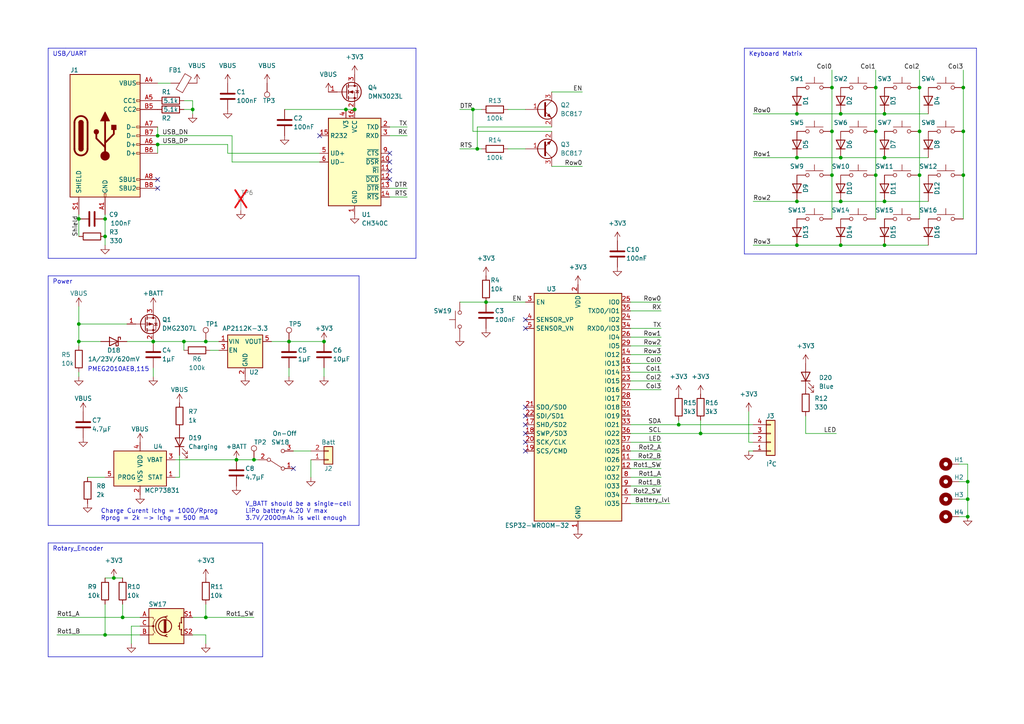
<source format=kicad_sch>
(kicad_sch (version 20230121) (generator eeschema)
  (paper "A4")
  (title_block (title "${boardName}") (date "2022-03-24") (rev "${revision}") (comment 8 "${reference}") (comment 9 "${designer}"))
  (junction (at 280.67 139.7))
  (junction (at 279.4 38.1))
  (junction (at 33.02 167.64))
  (junction (at 279.4 25.4))
  (junction (at 102.87 31.75))
  (junction (at 140.97 87.63))
  (junction (at 256.54 71.12))
  (junction (at 59.69 99.06))
  (junction (at 256.54 45.72))
  (junction (at 44.45 99.06))
  (junction (at 279.4 50.8))
  (junction (at 45.72 39.37))
  (junction (at 35.56 179.07))
  (junction (at 83.82 99.06))
  (junction (at 30.48 68.58))
  (junction (at 256.54 33.02))
  (junction (at 93.98 99.06))
  (junction (at 203.2 125.73))
  (junction (at 243.84 58.42))
  (junction (at 68.58 133.35))
  (junction (at 137.16 31.75))
  (junction (at 30.48 184.15))
  (junction (at 256.54 58.42))
  (junction (at 280.67 149.86))
  (junction (at 73.66 133.35))
  (junction (at 241.3 25.4))
  (junction (at 22.86 63.5))
  (junction (at 280.67 144.78))
  (junction (at 231.14 33.02))
  (junction (at 22.86 99.06))
  (junction (at 196.85 123.19))
  (junction (at 30.48 63.5))
  (junction (at 241.3 50.8))
  (junction (at 59.69 179.07))
  (junction (at 138.43 43.18))
  (junction (at 254 50.8))
  (junction (at 231.14 71.12))
  (junction (at 243.84 45.72))
  (junction (at 55.88 31.75))
  (junction (at 266.7 38.1))
  (junction (at 45.72 41.91))
  (junction (at 231.14 45.72))
  (junction (at 100.33 31.75))
  (junction (at 231.14 58.42))
  (junction (at 266.7 50.8))
  (junction (at 254 38.1))
  (junction (at 243.84 33.02))
  (junction (at 241.3 38.1))
  (junction (at 254 25.4))
  (junction (at 22.86 93.98))
  (junction (at 53.34 99.06))
  (junction (at 266.7 25.4))
  (junction (at 243.84 71.12))
  (no_connect (at 152.4 92.71))
  (no_connect (at 152.4 95.25))
  (no_connect (at 113.03 49.53))
  (no_connect (at 45.72 54.61))
  (no_connect (at 113.03 46.99))
  (no_connect (at 45.72 52.07))
  (no_connect (at 152.4 128.27))
  (no_connect (at 152.4 130.81))
  (no_connect (at 152.4 118.11))
  (no_connect (at 152.4 120.65))
  (no_connect (at 152.4 123.19))
  (no_connect (at 152.4 125.73))
  (no_connect (at 113.03 44.45))
  (no_connect (at 92.71 39.37))
  (no_connect (at 113.03 52.07))
  (no_connect (at 85.09 135.89))
  (polyline (pts (xy 104.14 80.01) (xy 104.14 152.4)))
  (wire (pts (xy 59.69 179.07) (xy 73.66 179.07)))
  (wire (pts (xy 243.84 58.42) (xy 256.54 58.42)))
  (wire (pts (xy 137.16 31.75) (xy 139.7 31.75)))
  (wire (pts (xy 59.69 175.26) (xy 59.69 179.07)))
  (wire (pts (xy 241.3 20.32) (xy 241.3 25.4)))
  (polyline (pts (xy 120.65 13.97) (xy 120.65 74.93)))
  (wire (pts (xy 59.69 99.06) (xy 63.5 99.06)))
  (wire (pts (xy 203.2 125.73) (xy 218.44 125.73)))
  (wire (pts (xy 231.14 33.02) (xy 243.84 33.02)))
  (wire (pts (xy 50.8 133.35) (xy 68.58 133.35)))
  (wire (pts (xy 182.88 133.35) (xy 191.77 133.35)))
  (wire (pts (xy 138.43 36.83) (xy 138.43 43.18)))
  (polyline (pts (xy 104.14 152.4) (xy 13.97 152.4)))
  (wire (pts (xy 182.88 130.81) (xy 191.77 130.81)))
  (wire (pts (xy 53.34 31.75) (xy 55.88 31.75)))
  (wire (pts (xy 133.35 31.75) (xy 137.16 31.75)))
  (wire (pts (xy 45.72 36.83) (xy 45.72 39.37)))
  (wire (pts (xy 22.86 62.23) (xy 22.86 63.5)))
  (wire (pts (xy 243.84 45.72) (xy 256.54 45.72)))
  (wire (pts (xy 45.72 39.37) (xy 67.31 39.37)))
  (wire (pts (xy 73.66 133.35) (xy 74.93 133.35)))
  (wire (pts (xy 90.17 133.35) (xy 90.17 138.43)))
  (wire (pts (xy 160.02 26.67) (xy 168.91 26.67)))
  (wire (pts (xy 92.71 44.45) (xy 66.04 44.45)))
  (wire (pts (xy 182.88 90.17) (xy 191.77 90.17)))
  (wire (pts (xy 45.72 41.91) (xy 45.72 44.45)))
  (wire (pts (xy 59.69 184.15) (xy 55.88 184.15)))
  (wire (pts (xy 254 25.4) (xy 254 38.1)))
  (wire (pts (xy 278.13 134.62) (xy 280.67 134.62)))
  (wire (pts (xy 243.84 33.02) (xy 256.54 33.02)))
  (wire (pts (xy 113.03 36.83) (xy 118.11 36.83)))
  (wire (pts (xy 280.67 144.78) (xy 280.67 149.86)))
  (wire (pts (xy 25.4 138.43) (xy 30.48 138.43)))
  (wire (pts (xy 266.7 25.4) (xy 266.7 38.1)))
  (wire (pts (xy 35.56 175.26) (xy 35.56 179.07)))
  (polyline (pts (xy 13.97 157.48) (xy 76.2 157.48)))
  (wire (pts (xy 55.88 31.75) (xy 55.88 33.02)))
  (wire (pts (xy 22.86 107.95) (xy 22.86 109.22)))
  (polyline (pts (xy 283.21 73.66) (xy 215.9 73.66)))
  (wire (pts (xy 67.31 46.99) (xy 92.71 46.99)))
  (wire (pts (xy 266.7 20.32) (xy 266.7 25.4)))
  (wire (pts (xy 22.86 88.9) (xy 22.86 93.98)))
  (wire (pts (xy 217.17 130.81) (xy 218.44 130.81)))
  (wire (pts (xy 59.69 186.69) (xy 59.69 184.15)))
  (wire (pts (xy 147.32 31.75) (xy 152.4 31.75)))
  (polyline (pts (xy 13.97 190.5) (xy 76.2 190.5)))
  (wire (pts (xy 30.48 68.58) (xy 30.48 71.12)))
  (wire (pts (xy 278.13 139.7) (xy 280.67 139.7)))
  (wire (pts (xy 100.33 31.75) (xy 102.87 31.75)))
  (polyline (pts (xy 13.97 13.97) (xy 19.05 13.97)))
  (polyline (pts (xy 13.97 190.5) (xy 13.97 157.48)))
  (wire (pts (xy 182.88 110.49) (xy 191.77 110.49)))
  (wire (pts (xy 196.85 123.19) (xy 218.44 123.19)))
  (wire (pts (xy 182.88 140.97) (xy 191.77 140.97)))
  (wire (pts (xy 68.58 133.35) (xy 73.66 133.35)))
  (wire (pts (xy 138.43 43.18) (xy 139.7 43.18)))
  (wire (pts (xy 45.72 24.13) (xy 49.53 24.13)))
  (wire (pts (xy 44.45 99.06) (xy 53.34 99.06)))
  (wire (pts (xy 22.86 63.5) (xy 22.86 68.58)))
  (wire (pts (xy 85.09 130.81) (xy 90.17 130.81)))
  (wire (pts (xy 113.03 57.15) (xy 118.11 57.15)))
  (wire (pts (xy 233.68 125.73) (xy 242.57 125.73)))
  (wire (pts (xy 67.31 39.37) (xy 67.31 46.99)))
  (wire (pts (xy 280.67 134.62) (xy 280.67 139.7)))
  (wire (pts (xy 231.14 45.72) (xy 243.84 45.72)))
  (wire (pts (xy 36.83 99.06) (xy 44.45 99.06)))
  (wire (pts (xy 196.85 121.92) (xy 196.85 123.19)))
  (wire (pts (xy 45.72 41.91) (xy 66.04 41.91)))
  (wire (pts (xy 256.54 58.42) (xy 269.24 58.42)))
  (polyline (pts (xy 76.2 157.48) (xy 76.2 190.5)))
  (wire (pts (xy 217.17 119.38) (xy 217.17 128.27)))
  (polyline (pts (xy 13.97 74.93) (xy 13.97 13.97)))
  (wire (pts (xy 278.13 144.78) (xy 280.67 144.78)))
  (wire (pts (xy 50.8 138.43) (xy 52.07 138.43)))
  (wire (pts (xy 22.86 99.06) (xy 22.86 93.98)))
  (polyline (pts (xy 19.05 13.97) (xy 120.65 13.97)))
  (wire (pts (xy 30.48 62.23) (xy 30.48 63.5)))
  (wire (pts (xy 160.02 36.83) (xy 138.43 36.83)))
  (wire (pts (xy 182.88 107.95) (xy 191.77 107.95)))
  (wire (pts (xy 35.56 179.07) (xy 40.64 179.07)))
  (wire (pts (xy 243.84 71.12) (xy 256.54 71.12)))
  (wire (pts (xy 279.4 50.8) (xy 279.4 63.5)))
  (wire (pts (xy 147.32 43.18) (xy 152.4 43.18)))
  (wire (pts (xy 140.97 87.63) (xy 152.4 87.63)))
  (wire (pts (xy 93.98 106.68) (xy 93.98 109.22)))
  (wire (pts (xy 182.88 125.73) (xy 203.2 125.73)))
  (wire (pts (xy 53.34 99.06) (xy 53.34 101.6)))
  (wire (pts (xy 182.88 143.51) (xy 191.77 143.51)))
  (wire (pts (xy 256.54 45.72) (xy 269.24 45.72)))
  (wire (pts (xy 218.44 45.72) (xy 231.14 45.72)))
  (wire (pts (xy 83.82 99.06) (xy 93.98 99.06)))
  (wire (pts (xy 53.34 99.06) (xy 59.69 99.06)))
  (wire (pts (xy 22.86 100.33) (xy 22.86 99.06)))
  (wire (pts (xy 182.88 113.03) (xy 191.77 113.03)))
  (wire (pts (xy 30.48 63.5) (xy 30.48 68.58)))
  (polyline (pts (xy 13.97 80.01) (xy 104.14 80.01)))
  (wire (pts (xy 280.67 139.7) (xy 280.67 144.78)))
  (wire (pts (xy 241.3 50.8) (xy 241.3 63.5)))
  (wire (pts (xy 30.48 175.26) (xy 30.48 184.15)))
  (wire (pts (xy 182.88 100.33) (xy 191.77 100.33)))
  (wire (pts (xy 113.03 54.61) (xy 118.11 54.61)))
  (wire (pts (xy 218.44 33.02) (xy 231.14 33.02)))
  (wire (pts (xy 82.55 31.75) (xy 100.33 31.75)))
  (wire (pts (xy 160.02 38.1) (xy 137.16 38.1)))
  (wire (pts (xy 279.4 38.1) (xy 279.4 50.8)))
  (wire (pts (xy 55.88 179.07) (xy 59.69 179.07)))
  (wire (pts (xy 233.68 120.65) (xy 233.68 125.73)))
  (wire (pts (xy 203.2 121.92) (xy 203.2 125.73)))
  (wire (pts (xy 231.14 58.42) (xy 243.84 58.42)))
  (wire (pts (xy 266.7 38.1) (xy 266.7 50.8)))
  (wire (pts (xy 182.88 95.25) (xy 191.77 95.25)))
  (wire (pts (xy 266.7 50.8) (xy 266.7 63.5)))
  (wire (pts (xy 137.16 38.1) (xy 137.16 31.75)))
  (wire (pts (xy 83.82 106.68) (xy 83.82 109.22)))
  (wire (pts (xy 256.54 33.02) (xy 269.24 33.02)))
  (wire (pts (xy 78.74 99.06) (xy 83.82 99.06)))
  (wire (pts (xy 53.34 29.21) (xy 55.88 29.21)))
  (wire (pts (xy 33.02 167.64) (xy 35.56 167.64)))
  (wire (pts (xy 55.88 29.21) (xy 55.88 31.75)))
  (wire (pts (xy 182.88 105.41) (xy 191.77 105.41)))
  (wire (pts (xy 30.48 184.15) (xy 40.64 184.15)))
  (wire (pts (xy 254 20.32) (xy 254 25.4)))
  (wire (pts (xy 278.13 149.86) (xy 280.67 149.86)))
  (wire (pts (xy 38.1 186.69) (xy 38.1 181.61)))
  (wire (pts (xy 52.07 138.43) (xy 52.07 132.08)))
  (wire (pts (xy 160.02 48.26) (xy 168.91 48.26)))
  (wire (pts (xy 254 38.1) (xy 254 50.8)))
  (polyline (pts (xy 283.21 13.97) (xy 283.21 73.66)))
  (wire (pts (xy 182.88 97.79) (xy 191.77 97.79)))
  (wire (pts (xy 22.86 99.06) (xy 29.21 99.06)))
  (wire (pts (xy 182.88 102.87) (xy 191.77 102.87)))
  (wire (pts (xy 113.03 39.37) (xy 118.11 39.37)))
  (wire (pts (xy 182.88 128.27) (xy 191.77 128.27)))
  (wire (pts (xy 182.88 135.89) (xy 191.77 135.89)))
  (wire (pts (xy 241.3 38.1) (xy 241.3 50.8)))
  (polyline (pts (xy 215.9 13.97) (xy 215.9 73.66)))
  (polyline (pts (xy 120.65 74.93) (xy 13.97 74.93)))
  (wire (pts (xy 182.88 123.19) (xy 196.85 123.19)))
  (wire (pts (xy 16.51 179.07) (xy 35.56 179.07)))
  (wire (pts (xy 44.45 106.68) (xy 44.45 109.22)))
  (polyline (pts (xy 215.9 13.97) (xy 283.21 13.97)))
  (wire (pts (xy 66.04 44.45) (xy 66.04 41.91)))
  (wire (pts (xy 217.17 128.27) (xy 218.44 128.27)))
  (wire (pts (xy 256.54 71.12) (xy 269.24 71.12)))
  (wire (pts (xy 16.51 184.15) (xy 30.48 184.15)))
  (wire (pts (xy 133.35 87.63) (xy 140.97 87.63)))
  (wire (pts (xy 182.88 87.63) (xy 191.77 87.63)))
  (wire (pts (xy 279.4 25.4) (xy 279.4 38.1)))
  (wire (pts (xy 182.88 146.05) (xy 194.31 146.05)))
  (wire (pts (xy 30.48 167.64) (xy 33.02 167.64)))
  (wire (pts (xy 254 50.8) (xy 254 63.5)))
  (wire (pts (xy 279.4 20.32) (xy 279.4 25.4)))
  (wire (pts (xy 60.96 101.6) (xy 63.5 101.6)))
  (wire (pts (xy 218.44 58.42) (xy 231.14 58.42)))
  (polyline (pts (xy 13.97 80.01) (xy 13.97 152.4)))
  (wire (pts (xy 218.44 71.12) (xy 231.14 71.12)))
  (wire (pts (xy 231.14 71.12) (xy 243.84 71.12)))
  (wire (pts (xy 182.88 138.43) (xy 191.77 138.43)))
  (wire (pts (xy 241.3 25.4) (xy 241.3 38.1)))
  (wire (pts (xy 22.86 93.98) (xy 36.83 93.98)))
  (wire (pts (xy 133.35 43.18) (xy 138.43 43.18)))
  (wire (pts (xy 38.1 181.61) (xy 40.64 181.61)))
  (image (at -30.48 134.62))
  (text "USB/UART" (at 15.24 16.51 0) (effects (font (size 1.27 1.27)) (justify left bottom)))
  (text "Power" (at 15.24 82.55 0) (effects (font (size 1.27 1.27)) (justify left bottom)))
  (text "MCP73831" (at -57.15 104.14 0) (effects (font (size 1.27 1.27)) (justify left bottom)))
  (text "V_BATT should be a single-cell\nLiPo battery 4.20 V max\n3.7V/2000mAh is well enough" (at 71.12 151.13 0) (effects (font (size 1.27 1.27)) (justify left bottom)))
  (text "PMEG2010AEB,115" (at 25.4 107.95 0) (effects (font (size 1.27 1.27)) (justify left bottom)))
  (text "Rotary_Encoder" (at 15.24 160.02 0) (effects (font (size 1.27 1.27)) (justify left bottom)))
  (text "Keyboard Matrix" (at 217.17 16.51 0) (effects (font (size 1.27 1.27)) (justify left bottom)))
  (text "Charge Curent Ichg = 1000/Rprog\nRprog = 2k -> Ichg = 500 mA" (at 29.21 151.13 0) (effects (font (size 1.27 1.27)) (justify left bottom)))
  (label "RTS" (at 118.11 57.15 180))
  (label "Rot1_B" (at 16.51 184.15 0))
  (label "Row3" (at 218.44 71.12 0))
  (label "Col3" (at 279.4 20.32 180))
  (label "RX" (at 191.77 90.17 180))
  (label "Col2" (at 191.77 110.49 180))
  (label "Col0" (at 241.3 20.32 180))
  (label "Rot1_A" (at 16.51 179.07 0))
  (label "Battery_lvl" (at 194.31 146.05 180))
  (label "Col1" (at 191.77 107.95 180))
  (label "Row2" (at 191.77 100.33 180))
  (label "LED" (at 242.57 125.73 180))
  (label "RTS" (at 133.35 43.18 0))
  (label "Row0" (at 218.44 33.02 0))
  (label "Row3" (at 191.77 102.87 180))
  (label "Rot1_B" (at 191.77 140.97 180))
  (label "Rot2_SW" (at 191.77 143.51 180))
  (label "DTR" (at 133.35 31.75 0))
  (label "TX" (at 118.11 36.83 180))
  (label "TX" (at 191.77 95.25 180))
  (label "Row0" (at 168.91 48.26 180))
  (label "SCL" (at 191.77 125.73 180))
  (label "EN" (at 148.59 87.63 0))
  (label "Row0" (at 191.77 87.63 180))
  (label "Row2" (at 218.44 58.42 0))
  (label "DTR" (at 118.11 54.61 180))
  (label "Rot2_B" (at 191.77 133.35 180))
  (label "SDA" (at 191.77 123.19 180))
  (label "Shield" (at 22.86 68.58 90))
  (label "Row1" (at 191.77 97.79 180))
  (label "Rot1_SW" (at 191.77 135.89 180))
  (label "Col2" (at 266.7 20.32 180))
  (label "Col1" (at 254 20.32 180))
  (label "Rot1_SW" (at 73.66 179.07 180))
  (label "Col0" (at 191.77 105.41 180))
  (label "Row1" (at 218.44 45.72 0))
  (label "USB_DP" (at 54.61 41.91 180))
  (label "Col3" (at 191.77 113.03 180))
  (label "Rot2_A" (at 191.77 130.81 180))
  (label "USB_DN" (at 54.61 39.37 180))
  (label "EN" (at 168.91 26.67 180))
  (label "LED" (at 191.77 128.27 180))
  (label "RX" (at 118.11 39.37 180))
  (label "Rot1_A" (at 191.77 138.43 180))
  (symbol (lib_id "Device:R") (at 30.48 171.45 0) (unit 1)
    (property "Reference" "R9" (at 25.4 170.18 0) (effects (justify left)))
    (property "Value" "10k" (at 25.4 172.72 0) (effects (justify left)))
    (property "Footprint" "Resistor_SMD:R_0603_1608Metric_Pad0.98x0.95mm_HandSolder" (effects hide))
  )
  (symbol (lib_id "Diode:MMSD4148") (at 243.84 67.31 90) (unit 1)
    (property "Reference" "D14" (at 246.38 67.31 0))
    (property "Value" "MMSD4148" (effects hide))
    (property "Footprint" "Diode_SMD:D_SOD-123" (effects hide))
    (property "Datasheet" "https://www.onsemi.com/pub/Collateral/MMSD4148T1-D.PDF" (effects hide))
  )
  (symbol (lib_id "power:GND") (at 38.1 186.69 0) (unit 1)
    (property "Reference" "#PWR039" (effects hide))
    (property "Value" "GND" (effects hide))
  )
  (symbol (lib_id "Switch:SW_Push") (at 236.22 25.4 0) (unit 1)
    (property "Reference" "SW1" (at 231.14 22.86 0))
    (property "Value" "Keyswitch" (effects hide))
    (property "Footprint" "Button_Switch_Keyboard_Perso:PG1350_optional-socket" (effects hide))
  )
  (symbol (lib_id "Diode:MMSD4148") (at 231.14 41.91 90) (unit 1)
    (property "Reference" "D5" (at 233.68 41.91 0))
    (property "Value" "MMSD4148" (effects hide))
    (property "Footprint" "Diode_SMD:D_SOD-123" (effects hide))
    (property "Datasheet" "https://www.onsemi.com/pub/Collateral/MMSD4148T1-D.PDF" (effects hide))
  )
  (symbol (lib_id "Device:R") (at 143.51 43.18 270) (mirror x) (unit 1)
    (property "Reference" "R14" (at 143.51 40.64 90))
    (property "Value" "100k" (at 143.51 45.72 90))
    (property "Footprint" "Resistor_SMD:R_0603_1608Metric_Pad0.98x0.95mm_HandSolder" (effects hide))
  )
  (symbol (lib_id "Switch:SW_Push") (at 274.32 63.5 0) (unit 1)
    (property "Reference" "SW16" (at 269.24 60.96 0))
    (property "Value" "Keyswitch" (effects hide))
    (property "Footprint" "Button_Switch_Keyboard_Perso:PG1350_optional-socket" (effects hide))
  )
  (symbol (lib_id "power:GND") (at 55.88 33.02 0) (unit 1)
    (property "Reference" "#PWR07" (effects hide))
    (property "Value" "GND" (effects hide))
  )
  (symbol (lib_id "Diode:MMSD4148") (at 243.84 54.61 90) (unit 1)
    (property "Reference" "D10" (at 246.38 54.61 0))
    (property "Value" "MMSD4148" (effects hide))
    (property "Footprint" "Diode_SMD:D_SOD-123" (effects hide))
    (property "Datasheet" "https://www.onsemi.com/pub/Collateral/MMSD4148T1-D.PDF" (effects hide))
  )
  (symbol (lib_id "Switch:SW_Push") (at 274.32 25.4 0) (unit 1)
    (property "Reference" "SW4" (at 269.24 22.86 0))
    (property "Value" "Keyswitch" (effects hide))
    (property "Footprint" "Button_Switch_Keyboard_Perso:PG1350_optional-socket" (effects hide))
  )
  (symbol (lib_id "Interface_USB:CH340C") (at 102.87 46.99 0) (unit 1)
    (property "Reference" "U1" (at 104.8894 62.23 0) (effects (justify left)))
    (property "Value" "CH340C" (at 104.8894 64.77 0) (effects (justify left)))
    (property "Footprint" "Package_SO:SOIC-16_3.9x9.9mm_P1.27mm" (effects hide))
    (property "Datasheet" "https://datasheet.lcsc.com/szlcsc/Jiangsu-Qin-Heng-CH340C_C84681.pdf" (effects hide))
  )
  (symbol (lib_id "Switch:SW_Push") (at 236.22 38.1 0) (unit 1)
    (property "Reference" "SW5" (at 231.14 35.56 0))
    (property "Value" "Keyswitch" (effects hide))
    (property "Footprint" "Button_Switch_Keyboard_Perso:PG1350_optional-socket" (effects hide))
  )
  (symbol (lib_id "Switch:SW_Push") (at 248.92 38.1 0) (unit 1)
    (property "Reference" "SW6" (at 243.84 35.56 0))
    (property "Value" "Keyswitch" (effects hide))
    (property "Footprint" "Button_Switch_Keyboard_Perso:PG1350_optional-socket" (effects hide))
  )
  (symbol (lib_id "Device:R") (at 22.86 104.14 0) (unit 1)
    (property "Reference" "R5" (at 17.78 102.87 0) (effects (justify left)))
    (property "Value" "10k" (at 17.78 105.41 0) (effects (justify left)))
    (property "Footprint" "Resistor_SMD:R_0603_1608Metric_Pad0.98x0.95mm_HandSolder" (effects hide))
  )
  (symbol (lib_id "Device:R") (at 49.53 29.21 90) (unit 1)
    (property "Reference" "R1" (at 48.26 26.67 90))
    (property "Value" "5.1k" (at 49.53 29.21 90))
    (property "Footprint" "Resistor_SMD:R_0603_1608Metric_Pad0.98x0.95mm_HandSolder" (effects hide))
  )
  (symbol (lib_id "power:GND") (at 93.98 109.22 0) (unit 1)
    (property "Reference" "#PWR023" (effects hide))
    (property "Value" "GND" (effects hide))
  )
  (symbol (lib_id "Connector:USB_C_Receptacle_USB2.0") (at 30.48 39.37 0) (unit 1)
    (property "Reference" "J1" (at 21.59 20.32 0))
    (property "Value" "USB_C_Receptacle_USB2.0" (effects hide))
    (property "Footprint" "Connector_USB_Perso:USB_C_Receptacle_HRO_TYPE-C-31-M-12" (effects hide))
    (property "Datasheet" "https://www.usb.org/sites/default/files/documents/usb_type-c.zip" (effects hide))
  )
  (symbol (lib_id "power:GND") (at 24.13 127 0) (unit 1)
    (property "Reference" "#PWR027" (effects hide))
    (property "Value" "GND" (effects hide))
  )
  (symbol (lib_id "Diode:MMSD4148") (at 256.54 29.21 90) (unit 1)
    (property "Reference" "D3" (at 259.08 29.21 0))
    (property "Value" "MMSD4148" (effects hide))
    (property "Footprint" "Diode_SMD:D_SOD-123" (effects hide))
    (property "Datasheet" "https://www.onsemi.com/pub/Collateral/MMSD4148T1-D.PDF" (effects hide))
  )
  (symbol (lib_id "power:VBUS") (at 95.25 26.67 0) (unit 1)
    (property "Reference" "#PWR04" (effects hide))
    (property "Value" "VBUS" (at 95.25 21.59 0))
  )
  (symbol (lib_id "power:+3V3") (at 167.64 82.55 0) (unit 1)
    (property "Reference" "#PWR015" (effects hide))
    (property "Value" "+3V3" (at 167.64 77.47 0))
  )
  (symbol (lib_id "Device:C") (at 44.45 102.87 0) (unit 1)
    (property "Reference" "C4" (at 46.99 101.6 0) (effects (justify left)))
    (property "Value" "1µF" (at 46.99 104.14 0) (effects (justify left)))
    (property "Footprint" "Capacitor_SMD:C_0603_1608Metric_Pad1.08x0.95mm_HandSolder" (effects hide))
  )
  (symbol (lib_id "power:+3V3") (at 179.07 69.85 0) (unit 1)
    (property "Reference" "#PWR043" (effects hide))
    (property "Value" "+3V3" (at 179.07 64.77 0))
  )
  (symbol (lib_id "Diode:MMSD4148") (at 269.24 41.91 90) (unit 1)
    (property "Reference" "D8" (at 271.78 41.91 0))
    (property "Value" "MMSD4148" (effects hide))
    (property "Footprint" "Diode_SMD:D_SOD-123" (effects hide))
    (property "Datasheet" "https://www.onsemi.com/pub/Collateral/MMSD4148T1-D.PDF" (effects hide))
  )
  (symbol (lib_id "Device:RotaryEncoder_Switch") (at 48.26 181.61 0) (unit 1)
    (property "Reference" "SW17" (at 45.72 175.26 0))
    (property "Value" "RotaryEncoder_Switch" (effects hide))
    (property "Footprint" "Rotary_Encoder_Perso:RotaryEncoder_Bourns_PEC11S-929K-Switch_Vertical" (effects hide))
  )
  (symbol (lib_id "Switch:SW_SPDT") (at 80.01 133.35 0) (mirror x) (unit 1)
    (property "Reference" "SW18" (at 81.28 128.27 0))
    (property "Value" "On-Off" (at 82.55 125.73 0))
    (property "Footprint" "Switch_SMD_Perso:SW_Slide_Mini_Wurth_450404015514" (effects hide))
  )
  (symbol (lib_id "Connector:TestPoint") (at 77.47 24.13 180) (unit 1) (in_bom no)
    (property "Reference" "TP3" (at 76.2 29.21 0) (effects (justify right)))
    (property "Value" "VBUS" (effects hide))
    (property "Footprint" "TestPoint:TestPoint_Pad_D1.0mm" (effects hide))
  )
  (symbol (lib_id "Diode:MMSD4148") (at 231.14 54.61 90) (unit 1)
    (property "Reference" "D9" (at 233.68 54.61 0))
    (property "Value" "MMSD4148" (effects hide))
    (property "Footprint" "Diode_SMD:D_SOD-123" (effects hide))
    (property "Datasheet" "https://www.onsemi.com/pub/Collateral/MMSD4148T1-D.PDF" (effects hide))
  )
  (symbol (lib_id "Mechanical:MountingHole_Pad") (at 275.59 134.62 90) (unit 1) (in_bom no)
    (property "Reference" "H1" (at 278.13 133.35 90))
    (property "Value" "MountingHole_Pad" (effects hide))
    (property "Footprint" "MountingHole:MountingHole_3.2mm_M3_Pad_Via" (effects hide))
  )
  (symbol (lib_id "Device:C") (at 140.97 91.44 0) (unit 1)
    (property "Reference" "C3" (at 143.51 90.17 0) (effects (justify left)))
    (property "Value" "100nF" (at 143.51 92.71 0) (effects (justify left)))
    (property "Footprint" "Capacitor_SMD:C_0603_1608Metric_Pad1.08x0.95mm_HandSolder" (effects hide))
  )
  (symbol (lib_id "Switch:SW_Push") (at 274.32 38.1 0) (unit 1)
    (property "Reference" "SW8" (at 269.24 35.56 0))
    (property "Value" "Keyswitch" (effects hide))
    (property "Footprint" "Button_Switch_Keyboard_Perso:PG1350_optional-socket" (effects hide))
  )
  (symbol (lib_id "power:+3V3") (at 102.87 21.59 0) (unit 1)
    (property "Reference" "#PWR011" (effects hide))
    (property "Value" "+3V3" (at 102.87 16.51 0))
  )
  (symbol (lib_id "Device:C") (at 83.82 102.87 0) (unit 1)
    (property "Reference" "C5" (at 86.36 101.6 0) (effects (justify left)))
    (property "Value" "1µF" (at 86.36 104.14 0) (effects (justify left)))
    (property "Footprint" "Capacitor_SMD:C_0603_1608Metric_Pad1.08x0.95mm_HandSolder" (effects hide))
  )
  (symbol (lib_id "Connector_Generic:Conn_01x02") (at 95.25 133.35 0) (mirror x) (unit 1)
    (property "Reference" "J2" (at 95.25 135.89 0))
    (property "Value" "Batt" (at 95.25 128.27 0))
    (property "Footprint" "Connector_JST:JST_EH_S2B-EH_1x02_P2.50mm_Horizontal" (effects hide))
  )
  (symbol (lib_id "Device:R") (at 26.67 68.58 90) (unit 1)
    (property "Reference" "R3" (at 33.02 67.31 90))
    (property "Value" "330" (at 31.75 69.85 90) (effects (justify right)))
    (property "Footprint" "Resistor_SMD:R_0603_1608Metric_Pad0.98x0.95mm_HandSolder" (effects hide))
  )
  (symbol (lib_id "RF_Module:ESP32-WROOM-32") (at 167.64 118.11 0) (unit 1)
    (property "Reference" "U3" (at 161.29 83.82 0) (effects (justify right)))
    (property "Value" "ESP32-WROOM-32" (at 165.1 152.4 0) (effects (justify right)))
    (property "Footprint" "RF_Module:ESP32-WROOM-32" (effects hide))
    (property "Datasheet" "https://www.espressif.com/sites/default/files/documentation/esp32-wroom-32_datasheet_en.pdf" (effects hide))
  )
  (symbol (lib_id "Switch:SW_Push") (at 133.35 92.71 90) (unit 1)
    (property "Reference" "SW19" (at 125.73 90.17 90) (effects (justify right)))
    (property "Value" "RB4" (effects hide))
    (property "Footprint" "Switch_SMD_Perso:SW_Tact_5x5mm_Wurth_431183015816" (effects hide))
  )
  (symbol (lib_id "Diode:MMSD4148") (at 256.54 41.91 90) (unit 1)
    (property "Reference" "D7" (at 259.08 41.91 0))
    (property "Value" "MMSD4148" (effects hide))
    (property "Footprint" "Diode_SMD:D_SOD-123" (effects hide))
    (property "Datasheet" "https://www.onsemi.com/pub/Collateral/MMSD4148T1-D.PDF" (effects hide))
  )
  (symbol (lib_id "power:GND") (at 179.07 77.47 0) (unit 1)
    (property "Reference" "#PWR044" (effects hide))
    (property "Value" "GND" (effects hide))
  )
  (symbol (lib_id "power:GND") (at 25.4 146.05 0) (unit 1)
    (property "Reference" "#PWR034" (effects hide))
    (property "Value" "GND" (effects hide))
  )
  (symbol (lib_id "Connector:TestPoint") (at 59.69 99.06 0) (unit 1) (in_bom no)
    (property "Reference" "TP1" (at 59.69 93.98 0) (effects (justify left)))
    (property "Value" "Vin" (effects hide))
    (property "Footprint" "TestPoint:TestPoint_Pad_D1.0mm" (effects hide))
  )
  (symbol (lib_id "Diode:MMSD4148") (at 269.24 67.31 90) (unit 1)
    (property "Reference" "D16" (at 271.78 67.31 0))
    (property "Value" "MMSD4148" (effects hide))
    (property "Footprint" "Diode_SMD:D_SOD-123" (effects hide))
    (property "Datasheet" "https://www.onsemi.com/pub/Collateral/MMSD4148T1-D.PDF" (effects hide))
  )
  (symbol (lib_id "Connector_Generic:Conn_01x04") (at 223.52 128.27 0) (mirror x) (unit 1)
    (property "Reference" "J3" (at 222.25 120.65 0) (effects (justify left)))
    (property "Value" "I²C" (at 222.25 134.62 0) (effects (justify left)))
    (property "Footprint" "Connector_PinSocket_2.54mm:PinSocket_1x04_P2.54mm_Vertical" (effects hide))
  )
  (symbol (lib_id "power:GND") (at 66.04 31.75 0) (unit 1)
    (property "Reference" "#PWR05" (effects hide))
    (property "Value" "GND" (effects hide))
  )
  (symbol (lib_id "Connector:TestPoint") (at 83.82 99.06 0) (unit 1) (in_bom no)
    (property "Reference" "TP5" (at 83.82 93.98 0) (effects (justify left)))
    (property "Value" "+3V3" (effects hide))
    (property "Footprint" "TestPoint:TestPoint_Pad_D1.0mm" (effects hide))
  )
  (symbol (lib_id "power:GND") (at 44.45 109.22 0) (unit 1)
    (property "Reference" "#PWR020" (effects hide))
    (property "Value" "GND" (effects hide))
  )
  (symbol (lib_id "Diode:MMSD4148") (at 269.24 29.21 90) (unit 1)
    (property "Reference" "D4" (at 271.78 29.21 0))
    (property "Value" "MMSD4148" (effects hide))
    (property "Footprint" "Diode_SMD:D_SOD-123" (effects hide))
    (property "Datasheet" "https://www.onsemi.com/pub/Collateral/MMSD4148T1-D.PDF" (effects hide))
  )
  (symbol (lib_id "power:VBUS") (at 24.13 119.38 0) (unit 1)
    (property "Reference" "#PWR025" (effects hide))
    (property "Value" "VBUS" (at 24.13 115.57 0))
  )
  (symbol (lib_id "Device:R") (at 49.53 31.75 90) (unit 1)
    (property "Reference" "R2" (at 48.26 34.29 90))
    (property "Value" "5.1k" (at 49.53 31.75 90))
    (property "Footprint" "Resistor_SMD:R_0603_1608Metric_Pad0.98x0.95mm_HandSolder" (effects hide))
  )
  (symbol (lib_id "Device:C") (at 93.98 102.87 0) (unit 1)
    (property "Reference" "C6" (at 96.52 101.6 0) (effects (justify left)))
    (property "Value" "10µF" (at 96.52 104.14 0) (effects (justify left)))
    (property "Footprint" "Capacitor_SMD:C_0805_2012Metric_Pad1.18x1.45mm_HandSolder" (effects hide))
  )
  (symbol (lib_id "Switch:SW_Push") (at 248.92 50.8 0) (unit 1)
    (property "Reference" "SW10" (at 243.84 48.26 0))
    (property "Value" "Keyswitch" (effects hide))
    (property "Footprint" "Button_Switch_Keyboard_Perso:PG1350_optional-socket" (effects hide))
  )
  (symbol (lib_id "Diode:MMSD4148") (at 231.14 29.21 90) (unit 1)
    (property "Reference" "D1" (at 233.68 29.21 0))
    (property "Value" "MMSD4148" (effects hide))
    (property "Footprint" "Diode_SMD:D_SOD-123" (effects hide))
    (property "Datasheet" "https://www.onsemi.com/pub/Collateral/MMSD4148T1-D.PDF" (effects hide))
  )
  (symbol (lib_id "Connector:TestPoint") (at 69.85 60.96 0) (unit 1) (in_bom no) (dnp yes)
    (property "Reference" "TP6" (at 69.85 55.88 0) (effects (justify left)))
    (property "Value" "GND" (effects hide))
    (property "Footprint" "TestPoint:TestPoint_Loop_D1.80mm_Drill1.0mm_Beaded" (effects hide))
  )
  (symbol (lib_id "Device:R") (at 35.56 171.45 0) (unit 1)
    (property "Reference" "R10" (at 36.83 170.18 0) (effects (justify left)))
    (property "Value" "10k" (at 36.83 172.72 0) (effects (justify left)))
    (property "Footprint" "Resistor_SMD:R_0603_1608Metric_Pad0.98x0.95mm_HandSolder" (effects hide))
  )
  (symbol (lib_id "Mechanical:MountingHole_Pad") (at 275.59 149.86 90) (unit 1) (in_bom no)
    (property "Reference" "H4" (at 278.13 148.59 90))
    (property "Value" "MountingHole_Pad" (effects hide))
    (property "Footprint" "MountingHole:MountingHole_3.2mm_M3_Pad_Via" (effects hide))
  )
  (symbol (lib_id "Device:C") (at 179.07 73.66 0) (unit 1)
    (property "Reference" "C10" (at 181.61 72.39 0) (effects (justify left)))
    (property "Value" "100nF" (at 181.61 74.93 0) (effects (justify left)))
    (property "Footprint" "Capacitor_SMD:C_0603_1608Metric_Pad1.08x0.95mm_HandSolder" (effects hide))
  )
  (symbol (lib_id "Device:R") (at 143.51 31.75 270) (mirror x) (unit 1)
    (property "Reference" "R13" (at 143.51 29.21 90))
    (property "Value" "100k" (at 143.51 34.29 90))
    (property "Footprint" "Resistor_SMD:R_0603_1608Metric_Pad0.98x0.95mm_HandSolder" (effects hide))
  )
  (symbol (lib_id "Device:C") (at 68.58 137.16 0) (unit 1)
    (property "Reference" "C8" (at 71.12 135.89 0) (effects (justify left)))
    (property "Value" "4.7µF" (at 71.12 138.43 0) (effects (justify left)))
    (property "Footprint" "Capacitor_SMD:C_0805_2012Metric_Pad1.18x1.45mm_HandSolder" (effects hide))
  )
  (symbol (lib_id "power:GND") (at 140.97 95.25 0) (unit 1)
    (property "Reference" "#PWR017" (effects hide))
    (property "Value" "GND" (effects hide))
  )
  (symbol (lib_id "power:GND") (at 30.48 71.12 0) (mirror y) (unit 1)
    (property "Reference" "#PWR08" (effects hide))
    (property "Value" "GND" (effects hide))
  )
  (symbol (lib_id "Switch:SW_Push") (at 261.62 50.8 0) (unit 1)
    (property "Reference" "SW11" (at 256.54 48.26 0))
    (property "Value" "Keyswitch" (effects hide))
    (property "Footprint" "Button_Switch_Keyboard_Perso:PG1350_optional-socket" (effects hide))
  )
  (symbol (lib_id "power:+3V3") (at 196.85 114.3 0) (unit 1)
    (property "Reference" "#PWR041" (effects hide))
    (property "Value" "+3V3" (at 196.85 109.22 0))
  )
  (symbol (lib_id "power:+3V3") (at 59.69 167.64 0) (unit 1)
    (property "Reference" "#PWR038" (effects hide))
    (property "Value" "+3V3" (at 59.69 162.56 0))
  )
  (symbol (lib_id "power:+3V3") (at 203.2 114.3 0) (unit 1)
    (property "Reference" "#PWR042" (effects hide))
    (property "Value" "+3V3" (at 203.2 109.22 0))
  )
  (symbol (lib_id "Device:D_Schottky") (at 33.02 99.06 0) (mirror y) (unit 1)
    (property "Reference" "D18" (at 33.02 101.6 0))
    (property "Value" "1A/23V/620mV" (at 33.02 104.14 0))
    (property "Footprint" "Diode_SMD:D_SOD-523" (effects hide))
  )
  (symbol (lib_id "Switch:SW_Push") (at 261.62 38.1 0) (unit 1)
    (property "Reference" "SW7" (at 256.54 35.56 0))
    (property "Value" "Keyswitch" (effects hide))
    (property "Footprint" "Button_Switch_Keyboard_Perso:PG1350_optional-socket" (effects hide))
  )
  (symbol (lib_id "power:VBUS") (at 52.07 116.84 0) (unit 1)
    (property "Reference" "#PWR024" (effects hide))
    (property "Value" "VBUS" (at 52.07 113.03 0))
  )
  (symbol (lib_id "Device:R") (at 59.69 171.45 0) (unit 1)
    (property "Reference" "R11" (at 60.96 170.18 0) (effects (justify left)))
    (property "Value" "10k" (at 60.96 172.72 0) (effects (justify left)))
    (property "Footprint" "Resistor_SMD:R_0603_1608Metric_Pad0.98x0.95mm_HandSolder" (effects hide))
  )
  (symbol (lib_id "power:+3V3") (at 140.97 80.01 0) (unit 1)
    (property "Reference" "#PWR012" (effects hide))
    (property "Value" "+3V3" (at 140.97 74.93 0))
  )
  (symbol (lib_id "Switch:SW_Push") (at 274.32 50.8 0) (unit 1)
    (property "Reference" "SW12" (at 269.24 48.26 0))
    (property "Value" "Keyswitch" (effects hide))
    (property "Footprint" "Button_Switch_Keyboard_Perso:PG1350_optional-socket" (effects hide))
  )
  (symbol (lib_id "Diode:MMSD4148") (at 256.54 54.61 90) (unit 1)
    (property "Reference" "D11" (at 259.08 54.61 0))
    (property "Value" "MMSD4148" (effects hide))
    (property "Footprint" "Diode_SMD:D_SOD-123" (effects hide))
    (property "Datasheet" "https://www.onsemi.com/pub/Collateral/MMSD4148T1-D.PDF" (effects hide))
  )
  (symbol (lib_id "Battery_Management:MCP73831-2-OT") (at 40.64 135.89 0) (unit 1)
    (property "Reference" "U4" (at 44.45 129.54 0) (effects (justify left)))
    (property "Value" "MCP73831" (at 41.91 142.24 0) (effects (justify left)))
    (property "Footprint" "Package_TO_SOT_SMD:SOT-23-5" (effects hide))
    (property "Datasheet" "http://ww1.microchip.com/downloads/en/DeviceDoc/20001984g.pdf" (effects hide))
  )
  (symbol (lib_id "Switch:SW_Push") (at 261.62 25.4 0) (unit 1)
    (property "Reference" "SW3" (at 256.54 22.86 0))
    (property "Value" "Keyswitch" (effects hide))
    (property "Footprint" "Button_Switch_Keyboard_Perso:PG1350_optional-socket" (effects hide))
  )
  (symbol (lib_id "Switch:SW_Push") (at 248.92 25.4 0) (unit 1)
    (property "Reference" "SW2" (at 243.84 22.86 0))
    (property "Value" "Keyswitch" (effects hide))
    (property "Footprint" "Button_Switch_Keyboard_Perso:PG1350_optional-socket" (effects hide))
  )
  (symbol (lib_id "Switch:SW_Push") (at 248.92 63.5 0) (unit 1)
    (property "Reference" "SW14" (at 243.84 60.96 0))
    (property "Value" "Keyswitch" (effects hide))
    (property "Footprint" "Button_Switch_Keyboard_Perso:PG1350_optional-socket" (effects hide))
  )
  (symbol (lib_id "power:GND") (at 133.35 97.79 0) (unit 1)
    (property "Reference" "#PWR018" (effects hide))
    (property "Value" "GND" (effects hide))
  )
  (symbol (lib_id "power:GND") (at 59.69 186.69 0) (unit 1)
    (property "Reference" "#PWR040" (effects hide))
    (property "Value" "GND" (effects hide))
  )
  (symbol (lib_id "power:VBUS") (at 66.04 24.13 0) (unit 1)
    (property "Reference" "#PWR02" (effects hide))
    (property "Value" "VBUS" (at 66.04 19.05 0))
  )
  (symbol (lib_id "power:GND") (at 83.82 109.22 0) (unit 1)
    (property "Reference" "#PWR022" (effects hide))
    (property "Value" "GND" (effects hide))
  )
  (symbol (lib_id "Device:R") (at 140.97 83.82 0) (unit 1)
    (property "Reference" "R4" (at 142.24 81.28 0) (effects (justify left)))
    (property "Value" "10k" (at 142.24 83.82 0) (effects (justify left)))
    (property "Footprint" "Resistor_SMD:R_0603_1608Metric_Pad0.98x0.95mm_HandSolder" (effects hide))
  )
  (symbol (lib_id "power:+3V3") (at 217.17 119.38 0) (unit 1)
    (property "Reference" "#PWR026" (effects hide))
    (property "Value" "+3V3" (at 217.17 114.3 0))
  )
  (symbol (lib_id "Diode:MMSD4148") (at 269.24 54.61 90) (unit 1)
    (property "Reference" "D12" (at 271.78 54.61 0))
    (property "Value" "MMSD4148" (effects hide))
    (property "Footprint" "Diode_SMD:D_SOD-123" (effects hide))
    (property "Datasheet" "https://www.onsemi.com/pub/Collateral/MMSD4148T1-D.PDF" (effects hide))
  )
  (symbol (lib_id "Device:LED") (at 233.68 109.22 90) (unit 1)
    (property "Reference" "D20" (at 237.49 109.5374 90) (effects (justify right)))
    (property "Value" "Blue" (at 237.49 112.0774 90) (effects (justify right)))
    (property "Footprint" "LED_SMD:LED_0603_1608Metric_Pad1.05x0.95mm_HandSolder" (effects hide))
  )
  (symbol (lib_id "Device:R") (at 52.07 120.65 0) (unit 1)
    (property "Reference" "R7" (at 54.61 119.3799 0) (effects (justify left)))
    (property "Value" "1k" (at 54.61 121.9199 0) (effects (justify left)))
    (property "Footprint" "Resistor_SMD:R_0603_1608Metric_Pad0.98x0.95mm_HandSolder" (effects hide))
  )
  (symbol (lib_id "Regulator_Linear:AP2112K-3.3") (at 71.12 101.6 0) (unit 1)
    (property "Reference" "U2" (at 73.66 107.95 0))
    (property "Value" "AP2112K-3.3" (at 71.12 95.25 0))
    (property "Footprint" "Package_TO_SOT_SMD:SOT-23-5" (effects hide))
    (property "Datasheet" "https://www.diodes.com/assets/Datasheets/AP2112.pdf" (effects hide))
  )
  (symbol (lib_id "power:VBUS") (at 77.47 24.13 0) (unit 1)
    (property "Reference" "#PWR03" (effects hide))
    (property "Value" "VBUS" (at 77.47 19.05 0))
  )
  (symbol (lib_id "Device:C") (at 26.67 63.5 90) (unit 1)
    (property "Reference" "C9" (at 34.29 62.23 90) (effects (justify left)))
    (property "Value" "100nF" (at 38.1 64.77 90) (effects (justify left)))
    (property "Footprint" "Capacitor_SMD:C_0603_1608Metric_Pad1.08x0.95mm_HandSolder" (effects hide))
  )
  (symbol (lib_id "Device:C") (at 66.04 27.94 0) (unit 1)
    (property "Reference" "C1" (at 68.58 26.67 0) (effects (justify left)))
    (property "Value" "100nF" (at 68.58 29.21 0) (effects (justify left)))
    (property "Footprint" "Capacitor_SMD:C_0603_1608Metric_Pad1.08x0.95mm_HandSolder" (effects hide))
  )
  (symbol (lib_id "Mechanical:MountingHole_Pad") (at 275.59 139.7 90) (unit 1) (in_bom no)
    (property "Reference" "H2" (at 278.13 138.43 90))
    (property "Value" "MountingHole_Pad" (effects hide))
    (property "Footprint" "MountingHole:MountingHole_3.2mm_M3_Pad_Via" (effects hide))
  )
  (symbol (lib_id "power:GND") (at 22.86 109.22 0) (unit 1)
    (property "Reference" "#PWR019" (effects hide))
    (property "Value" "GND" (effects hide))
  )
  (symbol (lib_id "Diode:MMSD4148") (at 243.84 29.21 90) (unit 1)
    (property "Reference" "D2" (at 246.38 29.21 0))
    (property "Value" "MMSD4148" (effects hide))
    (property "Footprint" "Diode_SMD:D_SOD-123" (effects hide))
    (property "Datasheet" "https://www.onsemi.com/pub/Collateral/MMSD4148T1-D.PDF" (effects hide))
  )
  (symbol (lib_id "power:+3V3") (at 233.68 105.41 0) (unit 1)
    (property "Reference" "#PWR036" (effects hide))
    (property "Value" "+3V3" (at 233.68 100.33 0))
  )
  (symbol (lib_id "Device:FerriteBead") (at 53.34 24.13 90) (unit 1)
    (property "Reference" "FB1" (at 50.8 20.32 90))
    (property "Value" "FerriteBead" (effects hide))
    (property "Footprint" "Inductor_SMD:L_0805_2012Metric_Pad1.05x1.20mm_HandSolder" (effects hide))
  )
  (symbol (lib_id "Device:Q_NMOS_GSD") (at 100.33 26.67 0) (unit 1)
    (property "Reference" "Q4" (at 106.68 25.3999 0) (effects (justify left)))
    (property "Value" "DMN3023L" (at 106.68 27.9399 0) (effects (justify left)))
  )
  (symbol (lib_id "power:GND") (at 69.85 60.96 0) (unit 1)
    (property "Reference" "#PWR0101" (effects hide))
    (property "Value" "GND" (effects hide))
  )
  (symbol (lib_id "Transistor_FET:DMG2301L") (at 41.91 93.98 0) (unit 1)
    (property "Reference" "Q1" (at 46.99 92.71 0) (effects (justify left)))
    (property "Value" "DMG2307L" (at 46.99 95.25 0) (effects (justify left)))
    (property "Footprint" "Package_TO_SOT_SMD:SOT-23" (effects hide))
    (property "Datasheet" "https://www.diodes.com/assets/Datasheets/DMG2307L.pdf" (effects hide))
  )
  (symbol (lib_id "Transistor_BJT:BC817") (at 157.48 31.75 0) (unit 1)
    (property "Reference" "Q2" (at 162.56 30.4799 0) (effects (justify left)))
    (property "Value" "BC817" (at 162.56 33.0199 0) (effects (justify left)))
    (property "Footprint" "Package_TO_SOT_SMD:SOT-23" (effects hide))
    (property "Datasheet" "https://www.onsemi.com/pub/Collateral/BC818-D.pdf" (effects hide))
  )
  (symbol (lib_id "Diode:MMSD4148") (at 256.54 67.31 90) (unit 1)
    (property "Reference" "D15" (at 259.08 67.31 0))
    (property "Value" "MMSD4148" (effects hide))
    (property "Footprint" "Diode_SMD:D_SOD-123" (effects hide))
    (property "Datasheet" "https://www.onsemi.com/pub/Collateral/MMSD4148T1-D.PDF" (effects hide))
  )
  (symbol (lib_id "Device:C") (at 82.55 35.56 0) (unit 1)
    (property "Reference" "C2" (at 85.09 34.29 0) (effects (justify left)))
    (property "Value" "100nF" (at 85.09 36.83 0) (effects (justify left)))
    (property "Footprint" "Capacitor_SMD:C_0603_1608Metric_Pad1.08x0.95mm_HandSolder" (effects hide))
  )
  (symbol (lib_id "Device:R") (at 57.15 101.6 270) (mirror x) (unit 1)
    (property "Reference" "R6" (at 57.15 104.14 90))
    (property "Value" "100k" (at 57.15 106.68 90))
    (property "Footprint" "Resistor_SMD:R_0603_1608Metric_Pad0.98x0.95mm_HandSolder" (effects hide))
  )
  (symbol (lib_id "Device:R") (at 203.2 118.11 0) (unit 1)
    (property "Reference" "R16" (at 204.47 116.84 0) (effects (justify left)))
    (property "Value" "3k3" (at 204.47 119.38 0) (effects (justify left)))
    (property "Footprint" "Resistor_SMD:R_0603_1608Metric_Pad0.98x0.95mm_HandSolder" (effects hide))
  )
  (symbol (lib_id "power:GND") (at 68.58 140.97 0) (unit 1)
    (property "Reference" "#PWR031" (effects hide))
    (property "Value" "GND" (effects hide))
  )
  (symbol (lib_id "Switch:SW_Push") (at 261.62 63.5 0) (unit 1)
    (property "Reference" "SW15" (at 256.54 60.96 0))
    (property "Value" "Keyswitch" (effects hide))
    (property "Footprint" "Button_Switch_Keyboard_Perso:PG1350_optional-socket" (effects hide))
  )
  (symbol (lib_id "power:VBUS") (at 57.15 24.13 0) (unit 1)
    (property "Reference" "#PWR01" (effects hide))
    (property "Value" "VBUS" (at 57.15 19.05 0))
  )
  (symbol (lib_id "Diode:MMSD4148") (at 231.14 67.31 90) (unit 1)
    (property "Reference" "D13" (at 233.68 67.31 0))
    (property "Value" "MMSD4148" (effects hide))
    (property "Footprint" "Diode_SMD:D_SOD-123" (effects hide))
    (property "Datasheet" "https://www.onsemi.com/pub/Collateral/MMSD4148T1-D.PDF" (effects hide))
  )
  (symbol (lib_id "Mechanical:MountingHole_Pad") (at 275.59 144.78 90) (unit 1) (in_bom no)
    (property "Reference" "H3" (at 278.13 143.51 90))
    (property "Value" "MountingHole_Pad" (effects hide))
    (property "Footprint" "MountingHole:MountingHole_3.2mm_M3_Pad_Via" (effects hide))
  )
  (symbol (lib_id "power:GND") (at 167.64 153.67 0) (unit 1)
    (property "Reference" "#PWR035" (effects hide))
    (property "Value" "GND" (effects hide))
  )
  (symbol (lib_id "power:GND") (at 280.67 149.86 0) (unit 1)
    (property "Reference" "#PWR010" (effects hide))
    (property "Value" "GND" (effects hide))
  )
  (symbol (lib_id "power:+BATT") (at 44.45 88.9 0) (unit 1)
    (property "Reference" "#PWR014" (effects hide))
    (property "Value" "+BATT" (at 44.45 85.09 0))
  )
  (symbol (lib_id "Device:C") (at 24.13 123.19 0) (unit 1)
    (property "Reference" "C7" (at 26.67 121.92 0) (effects (justify left)))
    (property "Value" "4.7µF" (at 26.67 124.46 0) (effects (justify left)))
    (property "Footprint" "Capacitor_SMD:C_0805_2012Metric_Pad1.18x1.45mm_HandSolder" (effects hide))
  )
  (symbol (lib_id "Transistor_BJT:BC817") (at 157.48 43.18 0) (mirror x) (unit 1)
    (property "Reference" "Q3" (at 162.56 41.9099 0) (effects (justify left)))
    (property "Value" "BC817" (at 162.56 44.4499 0) (effects (justify left)))
    (property "Footprint" "Package_TO_SOT_SMD:SOT-23" (effects hide))
    (property "Datasheet" "https://www.onsemi.com/pub/Collateral/BC818-D.pdf" (effects hide))
  )
  (symbol (lib_id "Connector:TestPoint") (at 73.66 133.35 0) (unit 1) (in_bom no)
    (property "Reference" "TP2" (at 73.66 128.27 0) (effects (justify left)))
    (property "Value" "VBAT" (effects hide))
    (property "Footprint" "TestPoint:TestPoint_Pad_D1.0mm" (effects hide))
  )
  (symbol (lib_id "Device:LED") (at 52.07 128.27 90) (unit 1)
    (property "Reference" "D19" (at 54.61 127 90) (effects (justify right)))
    (property "Value" "Charging" (at 54.61 129.54 90) (effects (justify right)))
    (property "Footprint" "LED_SMD:LED_0603_1608Metric_Pad1.05x0.95mm_HandSolder" (effects hide))
  )
  (symbol (lib_id "power:GND") (at 102.87 62.23 0) (unit 1)
    (property "Reference" "#PWR09" (effects hide))
    (property "Value" "GND" (effects hide))
  )
  (symbol (lib_id "power:VBUS") (at 22.86 88.9 0) (unit 1)
    (property "Reference" "#PWR013" (effects hide))
    (property "Value" "VBUS" (at 22.86 85.09 0))
  )
  (symbol (lib_id "Switch:SW_Push") (at 236.22 63.5 0) (unit 1)
    (property "Reference" "SW13" (at 231.14 60.96 0))
    (property "Value" "Keyswitch" (effects hide))
    (property "Footprint" "Button_Switch_Keyboard_Perso:PG1350_optional-socket" (effects hide))
  )
  (symbol (lib_id "power:GND") (at 40.64 143.51 0) (unit 1)
    (property "Reference" "#PWR033" (effects hide))
    (property "Value" "GND" (effects hide))
  )
  (symbol (lib_id "power:+3V3") (at 93.98 99.06 0) (unit 1)
    (property "Reference" "#PWR016" (effects hide))
    (property "Value" "+3V3" (at 93.98 95.25 0))
  )
  (symbol (lib_id "Diode:MMSD4148") (at 243.84 41.91 90) (unit 1)
    (property "Reference" "D6" (at 246.38 41.91 0))
    (property "Value" "MMSD4148" (effects hide))
    (property "Footprint" "Diode_SMD:D_SOD-123" (effects hide))
    (property "Datasheet" "https://www.onsemi.com/pub/Collateral/MMSD4148T1-D.PDF" (effects hide))
  )
  (symbol (lib_id "Device:R") (at 25.4 142.24 0) (unit 1)
    (property "Reference" "R8" (at 27.94 140.9699 0) (effects (justify left)))
    (property "Value" "2k" (at 27.94 143.5099 0) (effects (justify left)))
    (property "Footprint" "Resistor_SMD:R_0603_1608Metric_Pad0.98x0.95mm_HandSolder" (effects hide))
  )
  (symbol (lib_id "Switch:SW_Push") (at 236.22 50.8 0) (unit 1)
    (property "Reference" "SW9" (at 231.14 48.26 0))
    (property "Value" "Keyswitch" (effects hide))
    (property "Footprint" "Button_Switch_Keyboard_Perso:PG1350_optional-socket" (effects hide))
  )
  (symbol (lib_id "power:GND") (at 71.12 109.22 0) (unit 1)
    (property "Reference" "#PWR021" (effects hide))
    (property "Value" "GND" (effects hide))
  )
  (symbol (lib_id "power:VBUS") (at 40.64 128.27 0) (unit 1)
    (property "Reference" "#PWR028" (effects hide))
    (property "Value" "VBUS" (at 40.64 124.46 0))
  )
  (symbol (lib_id "power:GND") (at 90.17 138.43 0) (unit 1)
    (property "Reference" "#PWR032" (effects hide))
    (property "Value" "GND" (effects hide))
  )
  (symbol (lib_id "power:GND") (at 217.17 130.81 0) (unit 1)
    (property "Reference" "#PWR030" (effects hide))
    (property "Value" "GND" (effects hide))
  )
  (symbol (lib_id "Device:R") (at 196.85 118.11 0) (unit 1)
    (property "Reference" "R15" (at 198.12 116.84 0) (effects (justify left)))
    (property "Value" "3k3" (at 198.12 119.38 0) (effects (justify left)))
    (property "Footprint" "Resistor_SMD:R_0603_1608Metric_Pad0.98x0.95mm_HandSolder" (effects hide))
  )
  (symbol (lib_id "power:+BATT") (at 68.58 133.35 0) (unit 1)
    (property "Reference" "#PWR029" (effects hide))
    (property "Value" "+BATT" (at 68.58 129.54 0))
  )
  (symbol (lib_id "power:+3V3") (at 33.02 167.64 0) (unit 1)
    (property "Reference" "#PWR037" (effects hide))
    (property "Value" "+3V3" (at 33.02 162.56 0))
  )
  (symbol (lib_id "Device:R") (at 233.68 116.84 0) (unit 1)
    (property "Reference" "R12" (at 236.22 115.5699 0) (effects (justify left)))
    (property "Value" "330" (at 236.22 118.1099 0) (effects (justify left)))
    (property "Footprint" "Resistor_SMD:R_0603_1608Metric_Pad0.98x0.95mm_HandSolder" (effects hide))
  )
  (symbol (lib_id "power:GND") (at 82.55 39.37 0) (unit 1)
    (property "Reference" "#PWR06" (effects hide))
    (property "Value" "GND" (effects hide))
  )
)
</source>
